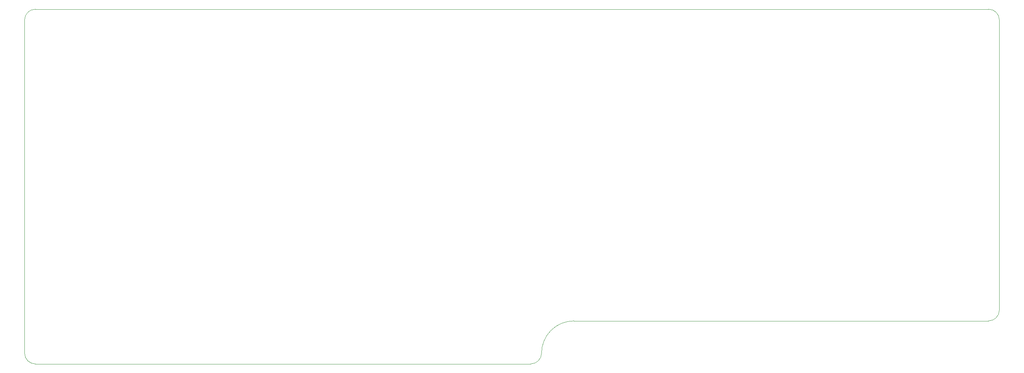
<source format=gbr>
%TF.GenerationSoftware,KiCad,Pcbnew,7.0.5*%
%TF.CreationDate,2024-08-12T05:07:02-04:00*%
%TF.ProjectId,smaller_card,736d616c-6c65-4725-9f63-6172642e6b69,rev?*%
%TF.SameCoordinates,Original*%
%TF.FileFunction,Profile,NP*%
%FSLAX46Y46*%
G04 Gerber Fmt 4.6, Leading zero omitted, Abs format (unit mm)*
G04 Created by KiCad (PCBNEW 7.0.5) date 2024-08-12 05:07:02*
%MOMM*%
%LPD*%
G01*
G04 APERTURE LIST*
%TA.AperFunction,Profile*%
%ADD10C,0.100000*%
%TD*%
G04 APERTURE END LIST*
D10*
X71119936Y-58420000D02*
X295891949Y-58420000D01*
X68579936Y-139700000D02*
X68579936Y-60960000D01*
X71119936Y-58420000D02*
G75*
G03*
X68579936Y-60960000I0J-2540000D01*
G01*
X298431949Y-60960000D02*
G75*
G03*
X295891949Y-58420000I-2540000J0D01*
G01*
X298431949Y-129540000D02*
X298431949Y-60960000D01*
X295891949Y-132080000D02*
G75*
G03*
X298431949Y-129540000I0J2540000D01*
G01*
X198120000Y-132080000D02*
G75*
G03*
X190481928Y-139700000I-18051J-7620000D01*
G01*
X187941949Y-142240000D02*
G75*
G03*
X190481949Y-139700000I0J2540000D01*
G01*
X68579936Y-139700000D02*
G75*
G03*
X71101948Y-142239999I2540063J0D01*
G01*
X198120000Y-132080000D02*
X295891949Y-132080000D01*
X71101948Y-142239999D02*
X187941949Y-142240000D01*
M02*

</source>
